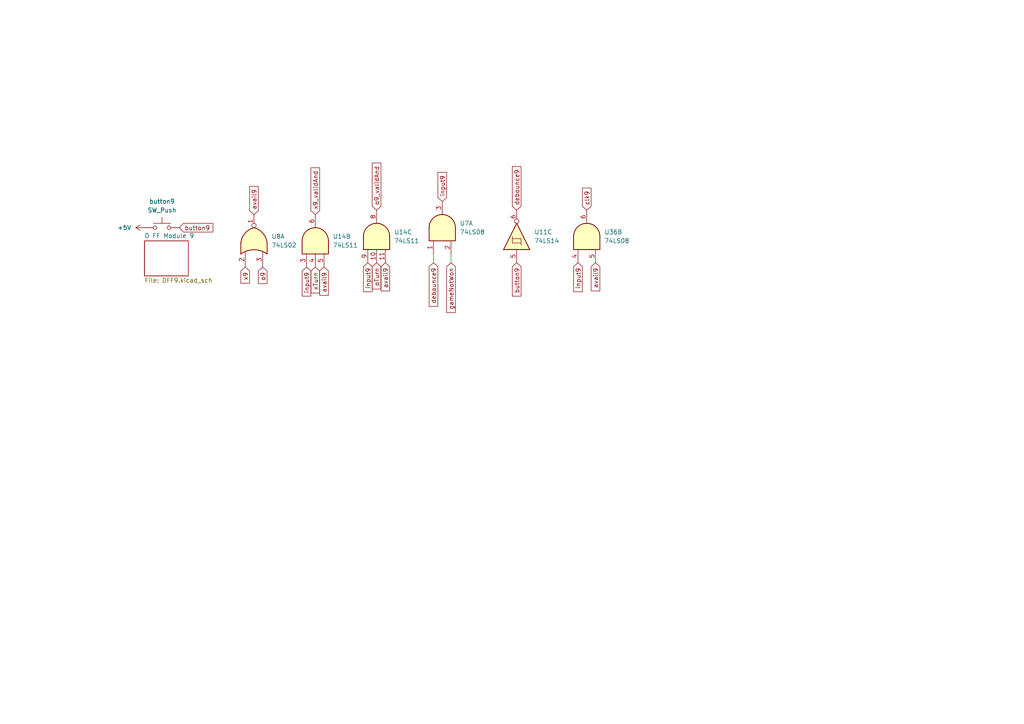
<source format=kicad_sch>
(kicad_sch
	(version 20250114)
	(generator "eeschema")
	(generator_version "9.0")
	(uuid "ecc926be-ca33-4adb-bca6-9f5bee590cbc")
	(paper "A4")
	(lib_symbols
		(symbol "74xx:74LS02"
			(pin_names
				(offset 1.016)
			)
			(exclude_from_sim no)
			(in_bom yes)
			(on_board yes)
			(property "Reference" "U"
				(at 0 1.27 0)
				(effects
					(font
						(size 1.27 1.27)
					)
				)
			)
			(property "Value" "74LS02"
				(at 0 -1.27 0)
				(effects
					(font
						(size 1.27 1.27)
					)
				)
			)
			(property "Footprint" ""
				(at 0 0 0)
				(effects
					(font
						(size 1.27 1.27)
					)
					(hide yes)
				)
			)
			(property "Datasheet" "http://www.ti.com/lit/gpn/sn74ls02"
				(at 0 0 0)
				(effects
					(font
						(size 1.27 1.27)
					)
					(hide yes)
				)
			)
			(property "Description" "quad 2-input NOR gate"
				(at 0 0 0)
				(effects
					(font
						(size 1.27 1.27)
					)
					(hide yes)
				)
			)
			(property "ki_locked" ""
				(at 0 0 0)
				(effects
					(font
						(size 1.27 1.27)
					)
				)
			)
			(property "ki_keywords" "TTL Nor2"
				(at 0 0 0)
				(effects
					(font
						(size 1.27 1.27)
					)
					(hide yes)
				)
			)
			(property "ki_fp_filters" "SO14* DIP*W7.62mm*"
				(at 0 0 0)
				(effects
					(font
						(size 1.27 1.27)
					)
					(hide yes)
				)
			)
			(symbol "74LS02_1_1"
				(arc
					(start -3.81 3.81)
					(mid -2.589 0)
					(end -3.81 -3.81)
					(stroke
						(width 0.254)
						(type default)
					)
					(fill
						(type none)
					)
				)
				(polyline
					(pts
						(xy -3.81 3.81) (xy -0.635 3.81)
					)
					(stroke
						(width 0.254)
						(type default)
					)
					(fill
						(type background)
					)
				)
				(polyline
					(pts
						(xy -3.81 -3.81) (xy -0.635 -3.81)
					)
					(stroke
						(width 0.254)
						(type default)
					)
					(fill
						(type background)
					)
				)
				(arc
					(start 3.81 0)
					(mid 2.1855 -2.584)
					(end -0.6096 -3.81)
					(stroke
						(width 0.254)
						(type default)
					)
					(fill
						(type background)
					)
				)
				(arc
					(start -0.6096 3.81)
					(mid 2.1928 2.5924)
					(end 3.81 0)
					(stroke
						(width 0.254)
						(type default)
					)
					(fill
						(type background)
					)
				)
				(polyline
					(pts
						(xy -0.635 3.81) (xy -3.81 3.81) (xy -3.81 3.81) (xy -3.556 3.4036) (xy -3.0226 2.2606) (xy -2.6924 1.0414)
						(xy -2.6162 -0.254) (xy -2.7686 -1.4986) (xy -3.175 -2.7178) (xy -3.81 -3.81) (xy -3.81 -3.81)
						(xy -0.635 -3.81)
					)
					(stroke
						(width -25.4)
						(type default)
					)
					(fill
						(type background)
					)
				)
				(pin input line
					(at -7.62 2.54 0)
					(length 4.318)
					(name "~"
						(effects
							(font
								(size 1.27 1.27)
							)
						)
					)
					(number "2"
						(effects
							(font
								(size 1.27 1.27)
							)
						)
					)
				)
				(pin input line
					(at -7.62 -2.54 0)
					(length 4.318)
					(name "~"
						(effects
							(font
								(size 1.27 1.27)
							)
						)
					)
					(number "3"
						(effects
							(font
								(size 1.27 1.27)
							)
						)
					)
				)
				(pin output inverted
					(at 7.62 0 180)
					(length 3.81)
					(name "~"
						(effects
							(font
								(size 1.27 1.27)
							)
						)
					)
					(number "1"
						(effects
							(font
								(size 1.27 1.27)
							)
						)
					)
				)
			)
			(symbol "74LS02_1_2"
				(arc
					(start 0 3.81)
					(mid 3.7934 0)
					(end 0 -3.81)
					(stroke
						(width 0.254)
						(type default)
					)
					(fill
						(type background)
					)
				)
				(polyline
					(pts
						(xy 0 3.81) (xy -3.81 3.81) (xy -3.81 -3.81) (xy 0 -3.81)
					)
					(stroke
						(width 0.254)
						(type default)
					)
					(fill
						(type background)
					)
				)
				(pin input inverted
					(at -7.62 2.54 0)
					(length 3.81)
					(name "~"
						(effects
							(font
								(size 1.27 1.27)
							)
						)
					)
					(number "2"
						(effects
							(font
								(size 1.27 1.27)
							)
						)
					)
				)
				(pin input inverted
					(at -7.62 -2.54 0)
					(length 3.81)
					(name "~"
						(effects
							(font
								(size 1.27 1.27)
							)
						)
					)
					(number "3"
						(effects
							(font
								(size 1.27 1.27)
							)
						)
					)
				)
				(pin output line
					(at 7.62 0 180)
					(length 3.81)
					(name "~"
						(effects
							(font
								(size 1.27 1.27)
							)
						)
					)
					(number "1"
						(effects
							(font
								(size 1.27 1.27)
							)
						)
					)
				)
			)
			(symbol "74LS02_2_1"
				(arc
					(start -3.81 3.81)
					(mid -2.589 0)
					(end -3.81 -3.81)
					(stroke
						(width 0.254)
						(type default)
					)
					(fill
						(type none)
					)
				)
				(polyline
					(pts
						(xy -3.81 3.81) (xy -0.635 3.81)
					)
					(stroke
						(width 0.254)
						(type default)
					)
					(fill
						(type background)
					)
				)
				(polyline
					(pts
						(xy -3.81 -3.81) (xy -0.635 -3.81)
					)
					(stroke
						(width 0.254)
						(type default)
					)
					(fill
						(type background)
					)
				)
				(arc
					(start 3.81 0)
					(mid 2.1855 -2.584)
					(end -0.6096 -3.81)
					(stroke
						(width 0.254)
						(type default)
					)
					(fill
						(type background)
					)
				)
				(arc
					(start -0.6096 3.81)
					(mid 2.1928 2.5924)
					(end 3.81 0)
					(stroke
						(width 0.254)
						(type default)
					)
					(fill
						(type background)
					)
				)
				(polyline
					(pts
						(xy -0.635 3.81) (xy -3.81 3.81) (xy -3.81 3.81) (xy -3.556 3.4036) (xy -3.0226 2.2606) (xy -2.6924 1.0414)
						(xy -2.6162 -0.254) (xy -2.7686 -1.4986) (xy -3.175 -2.7178) (xy -3.81 -3.81) (xy -3.81 -3.81)
						(xy -0.635 -3.81)
					)
					(stroke
						(width -25.4)
						(type default)
					)
					(fill
						(type background)
					)
				)
				(pin input line
					(at -7.62 2.54 0)
					(length 4.318)
					(name "~"
						(effects
							(font
								(size 1.27 1.27)
							)
						)
					)
					(number "5"
						(effects
							(font
								(size 1.27 1.27)
							)
						)
					)
				)
				(pin input line
					(at -7.62 -2.54 0)
					(length 4.318)
					(name "~"
						(effects
							(font
								(size 1.27 1.27)
							)
						)
					)
					(number "6"
						(effects
							(font
								(size 1.27 1.27)
							)
						)
					)
				)
				(pin output inverted
					(at 7.62 0 180)
					(length 3.81)
					(name "~"
						(effects
							(font
								(size 1.27 1.27)
							)
						)
					)
					(number "4"
						(effects
							(font
								(size 1.27 1.27)
							)
						)
					)
				)
			)
			(symbol "74LS02_2_2"
				(arc
					(start 0 3.81)
					(mid 3.7934 0)
					(end 0 -3.81)
					(stroke
						(width 0.254)
						(type default)
					)
					(fill
						(type background)
					)
				)
				(polyline
					(pts
						(xy 0 3.81) (xy -3.81 3.81) (xy -3.81 -3.81) (xy 0 -3.81)
					)
					(stroke
						(width 0.254)
						(type default)
					)
					(fill
						(type background)
					)
				)
				(pin input inverted
					(at -7.62 2.54 0)
					(length 3.81)
					(name "~"
						(effects
							(font
								(size 1.27 1.27)
							)
						)
					)
					(number "5"
						(effects
							(font
								(size 1.27 1.27)
							)
						)
					)
				)
				(pin input inverted
					(at -7.62 -2.54 0)
					(length 3.81)
					(name "~"
						(effects
							(font
								(size 1.27 1.27)
							)
						)
					)
					(number "6"
						(effects
							(font
								(size 1.27 1.27)
							)
						)
					)
				)
				(pin output line
					(at 7.62 0 180)
					(length 3.81)
					(name "~"
						(effects
							(font
								(size 1.27 1.27)
							)
						)
					)
					(number "4"
						(effects
							(font
								(size 1.27 1.27)
							)
						)
					)
				)
			)
			(symbol "74LS02_3_1"
				(arc
					(start -3.81 3.81)
					(mid -2.589 0)
					(end -3.81 -3.81)
					(stroke
						(width 0.254)
						(type default)
					)
					(fill
						(type none)
					)
				)
				(polyline
					(pts
						(xy -3.81 3.81) (xy -0.635 3.81)
					)
					(stroke
						(width 0.254)
						(type default)
					)
					(fill
						(type background)
					)
				)
				(polyline
					(pts
						(xy -3.81 -3.81) (xy -0.635 -3.81)
					)
					(stroke
						(width 0.254)
						(type default)
					)
					(fill
						(type background)
					)
				)
				(arc
					(start 3.81 0)
					(mid 2.1855 -2.584)
					(end -0.6096 -3.81)
					(stroke
						(width 0.254)
						(type default)
					)
					(fill
						(type background)
					)
				)
				(arc
					(start -0.6096 3.81)
					(mid 2.1928 2.5924)
					(end 3.81 0)
					(stroke
						(width 0.254)
						(type default)
					)
					(fill
						(type background)
					)
				)
				(polyline
					(pts
						(xy -0.635 3.81) (xy -3.81 3.81) (xy -3.81 3.81) (xy -3.556 3.4036) (xy -3.0226 2.2606) (xy -2.6924 1.0414)
						(xy -2.6162 -0.254) (xy -2.7686 -1.4986) (xy -3.175 -2.7178) (xy -3.81 -3.81) (xy -3.81 -3.81)
						(xy -0.635 -3.81)
					)
					(stroke
						(width -25.4)
						(type default)
					)
					(fill
						(type background)
					)
				)
				(pin input line
					(at -7.62 2.54 0)
					(length 4.318)
					(name "~"
						(effects
							(font
								(size 1.27 1.27)
							)
						)
					)
					(number "8"
						(effects
							(font
								(size 1.27 1.27)
							)
						)
					)
				)
				(pin input line
					(at -7.62 -2.54 0)
					(length 4.318)
					(name "~"
						(effects
							(font
								(size 1.27 1.27)
							)
						)
					)
					(number "9"
						(effects
							(font
								(size 1.27 1.27)
							)
						)
					)
				)
				(pin output inverted
					(at 7.62 0 180)
					(length 3.81)
					(name "~"
						(effects
							(font
								(size 1.27 1.27)
							)
						)
					)
					(number "10"
						(effects
							(font
								(size 1.27 1.27)
							)
						)
					)
				)
			)
			(symbol "74LS02_3_2"
				(arc
					(start 0 3.81)
					(mid 3.7934 0)
					(end 0 -3.81)
					(stroke
						(width 0.254)
						(type default)
					)
					(fill
						(type background)
					)
				)
				(polyline
					(pts
						(xy 0 3.81) (xy -3.81 3.81) (xy -3.81 -3.81) (xy 0 -3.81)
					)
					(stroke
						(width 0.254)
						(type default)
					)
					(fill
						(type background)
					)
				)
				(pin input inverted
					(at -7.62 2.54 0)
					(length 3.81)
					(name "~"
						(effects
							(font
								(size 1.27 1.27)
							)
						)
					)
					(number "8"
						(effects
							(font
								(size 1.27 1.27)
							)
						)
					)
				)
				(pin input inverted
					(at -7.62 -2.54 0)
					(length 3.81)
					(name "~"
						(effects
							(font
								(size 1.27 1.27)
							)
						)
					)
					(number "9"
						(effects
							(font
								(size 1.27 1.27)
							)
						)
					)
				)
				(pin output line
					(at 7.62 0 180)
					(length 3.81)
					(name "~"
						(effects
							(font
								(size 1.27 1.27)
							)
						)
					)
					(number "10"
						(effects
							(font
								(size 1.27 1.27)
							)
						)
					)
				)
			)
			(symbol "74LS02_4_1"
				(arc
					(start -3.81 3.81)
					(mid -2.589 0)
					(end -3.81 -3.81)
					(stroke
						(width 0.254)
						(type default)
					)
					(fill
						(type none)
					)
				)
				(polyline
					(pts
						(xy -3.81 3.81) (xy -0.635 3.81)
					)
					(stroke
						(width 0.254)
						(type default)
					)
					(fill
						(type background)
					)
				)
				(polyline
					(pts
						(xy -3.81 -3.81) (xy -0.635 -3.81)
					)
					(stroke
						(width 0.254)
						(type default)
					)
					(fill
						(type background)
					)
				)
				(arc
					(start 3.81 0)
					(mid 2.1855 -2.584)
					(end -0.6096 -3.81)
					(stroke
						(width 0.254)
						(type default)
					)
					(fill
						(type background)
					)
				)
				(arc
					(start -0.6096 3.81)
					(mid 2.1928 2.5924)
					(end 3.81 0)
					(stroke
						(width 0.254)
						(type default)
					)
					(fill
						(type background)
					)
				)
				(polyline
					(pts
						(xy -0.635 3.81) (xy -3.81 3.81) (xy -3.81 3.81) (xy -3.556 3.4036) (xy -3.0226 2.2606) (xy -2.6924 1.0414)
						(xy -2.6162 -0.254) (xy -2.7686 -1.4986) (xy -3.175 -2.7178) (xy -3.81 -3.81) (xy -3.81 -3.81)
						(xy -0.635 -3.81)
					)
					(stroke
						(width -25.4)
						(type default)
					)
					(fill
						(type background)
					)
				)
				(pin input line
					(at -7.62 2.54 0)
					(length 4.318)
					(name "~"
						(effects
							(font
								(size 1.27 1.27)
							)
						)
					)
					(number "11"
						(effects
							(font
								(size 1.27 1.27)
							)
						)
					)
				)
				(pin input line
					(at -7.62 -2.54 0)
					(length 4.318)
					(name "~"
						(effects
							(font
								(size 1.27 1.27)
							)
						)
					)
					(number "12"
						(effects
							(font
								(size 1.27 1.27)
							)
						)
					)
				)
				(pin output inverted
					(at 7.62 0 180)
					(length 3.81)
					(name "~"
						(effects
							(font
								(size 1.27 1.27)
							)
						)
					)
					(number "13"
						(effects
							(font
								(size 1.27 1.27)
							)
						)
					)
				)
			)
			(symbol "74LS02_4_2"
				(arc
					(start 0 3.81)
					(mid 3.7934 0)
					(end 0 -3.81)
					(stroke
						(width 0.254)
						(type default)
					)
					(fill
						(type background)
					)
				)
				(polyline
					(pts
						(xy 0 3.81) (xy -3.81 3.81) (xy -3.81 -3.81) (xy 0 -3.81)
					)
					(stroke
						(width 0.254)
						(type default)
					)
					(fill
						(type background)
					)
				)
				(pin input inverted
					(at -7.62 2.54 0)
					(length 3.81)
					(name "~"
						(effects
							(font
								(size 1.27 1.27)
							)
						)
					)
					(number "11"
						(effects
							(font
								(size 1.27 1.27)
							)
						)
					)
				)
				(pin input inverted
					(at -7.62 -2.54 0)
					(length 3.81)
					(name "~"
						(effects
							(font
								(size 1.27 1.27)
							)
						)
					)
					(number "12"
						(effects
							(font
								(size 1.27 1.27)
							)
						)
					)
				)
				(pin output line
					(at 7.62 0 180)
					(length 3.81)
					(name "~"
						(effects
							(font
								(size 1.27 1.27)
							)
						)
					)
					(number "13"
						(effects
							(font
								(size 1.27 1.27)
							)
						)
					)
				)
			)
			(symbol "74LS02_5_0"
				(pin power_in line
					(at 0 12.7 270)
					(length 5.08)
					(name "VCC"
						(effects
							(font
								(size 1.27 1.27)
							)
						)
					)
					(number "14"
						(effects
							(font
								(size 1.27 1.27)
							)
						)
					)
				)
				(pin power_in line
					(at 0 -12.7 90)
					(length 5.08)
					(name "GND"
						(effects
							(font
								(size 1.27 1.27)
							)
						)
					)
					(number "7"
						(effects
							(font
								(size 1.27 1.27)
							)
						)
					)
				)
			)
			(symbol "74LS02_5_1"
				(rectangle
					(start -5.08 7.62)
					(end 5.08 -7.62)
					(stroke
						(width 0.254)
						(type default)
					)
					(fill
						(type background)
					)
				)
			)
			(embedded_fonts no)
		)
		(symbol "74xx:74LS08"
			(pin_names
				(offset 1.016)
			)
			(exclude_from_sim no)
			(in_bom yes)
			(on_board yes)
			(property "Reference" "U"
				(at 0 1.27 0)
				(effects
					(font
						(size 1.27 1.27)
					)
				)
			)
			(property "Value" "74LS08"
				(at 0 -1.27 0)
				(effects
					(font
						(size 1.27 1.27)
					)
				)
			)
			(property "Footprint" ""
				(at 0 0 0)
				(effects
					(font
						(size 1.27 1.27)
					)
					(hide yes)
				)
			)
			(property "Datasheet" "http://www.ti.com/lit/gpn/sn74LS08"
				(at 0 0 0)
				(effects
					(font
						(size 1.27 1.27)
					)
					(hide yes)
				)
			)
			(property "Description" "Quad And2"
				(at 0 0 0)
				(effects
					(font
						(size 1.27 1.27)
					)
					(hide yes)
				)
			)
			(property "ki_locked" ""
				(at 0 0 0)
				(effects
					(font
						(size 1.27 1.27)
					)
				)
			)
			(property "ki_keywords" "TTL and2"
				(at 0 0 0)
				(effects
					(font
						(size 1.27 1.27)
					)
					(hide yes)
				)
			)
			(property "ki_fp_filters" "DIP*W7.62mm*"
				(at 0 0 0)
				(effects
					(font
						(size 1.27 1.27)
					)
					(hide yes)
				)
			)
			(symbol "74LS08_1_1"
				(arc
					(start 0 3.81)
					(mid 3.7934 0)
					(end 0 -3.81)
					(stroke
						(width 0.254)
						(type default)
					)
					(fill
						(type background)
					)
				)
				(polyline
					(pts
						(xy 0 3.81) (xy -3.81 3.81) (xy -3.81 -3.81) (xy 0 -3.81)
					)
					(stroke
						(width 0.254)
						(type default)
					)
					(fill
						(type background)
					)
				)
				(pin input line
					(at -7.62 2.54 0)
					(length 3.81)
					(name "~"
						(effects
							(font
								(size 1.27 1.27)
							)
						)
					)
					(number "1"
						(effects
							(font
								(size 1.27 1.27)
							)
						)
					)
				)
				(pin input line
					(at -7.62 -2.54 0)
					(length 3.81)
					(name "~"
						(effects
							(font
								(size 1.27 1.27)
							)
						)
					)
					(number "2"
						(effects
							(font
								(size 1.27 1.27)
							)
						)
					)
				)
				(pin output line
					(at 7.62 0 180)
					(length 3.81)
					(name "~"
						(effects
							(font
								(size 1.27 1.27)
							)
						)
					)
					(number "3"
						(effects
							(font
								(size 1.27 1.27)
							)
						)
					)
				)
			)
			(symbol "74LS08_1_2"
				(arc
					(start -3.81 3.81)
					(mid -2.589 0)
					(end -3.81 -3.81)
					(stroke
						(width 0.254)
						(type default)
					)
					(fill
						(type none)
					)
				)
				(polyline
					(pts
						(xy -3.81 3.81) (xy -0.635 3.81)
					)
					(stroke
						(width 0.254)
						(type default)
					)
					(fill
						(type background)
					)
				)
				(polyline
					(pts
						(xy -3.81 -3.81) (xy -0.635 -3.81)
					)
					(stroke
						(width 0.254)
						(type default)
					)
					(fill
						(type background)
					)
				)
				(arc
					(start 3.81 0)
					(mid 2.1855 -2.584)
					(end -0.6096 -3.81)
					(stroke
						(width 0.254)
						(type default)
					)
					(fill
						(type background)
					)
				)
				(arc
					(start -0.6096 3.81)
					(mid 2.1928 2.5924)
					(end 3.81 0)
					(stroke
						(width 0.254)
						(type default)
					)
					(fill
						(type background)
					)
				)
				(polyline
					(pts
						(xy -0.635 3.81) (xy -3.81 3.81) (xy -3.81 3.81) (xy -3.556 3.4036) (xy -3.0226 2.2606) (xy -2.6924 1.0414)
						(xy -2.6162 -0.254) (xy -2.7686 -1.4986) (xy -3.175 -2.7178) (xy -3.81 -3.81) (xy -3.81 -3.81)
						(xy -0.635 -3.81)
					)
					(stroke
						(width -25.4)
						(type default)
					)
					(fill
						(type background)
					)
				)
				(pin input inverted
					(at -7.62 2.54 0)
					(length 4.318)
					(name "~"
						(effects
							(font
								(size 1.27 1.27)
							)
						)
					)
					(number "1"
						(effects
							(font
								(size 1.27 1.27)
							)
						)
					)
				)
				(pin input inverted
					(at -7.62 -2.54 0)
					(length 4.318)
					(name "~"
						(effects
							(font
								(size 1.27 1.27)
							)
						)
					)
					(number "2"
						(effects
							(font
								(size 1.27 1.27)
							)
						)
					)
				)
				(pin output inverted
					(at 7.62 0 180)
					(length 3.81)
					(name "~"
						(effects
							(font
								(size 1.27 1.27)
							)
						)
					)
					(number "3"
						(effects
							(font
								(size 1.27 1.27)
							)
						)
					)
				)
			)
			(symbol "74LS08_2_1"
				(arc
					(start 0 3.81)
					(mid 3.7934 0)
					(end 0 -3.81)
					(stroke
						(width 0.254)
						(type default)
					)
					(fill
						(type background)
					)
				)
				(polyline
					(pts
						(xy 0 3.81) (xy -3.81 3.81) (xy -3.81 -3.81) (xy 0 -3.81)
					)
					(stroke
						(width 0.254)
						(type default)
					)
					(fill
						(type background)
					)
				)
				(pin input line
					(at -7.62 2.54 0)
					(length 3.81)
					(name "~"
						(effects
							(font
								(size 1.27 1.27)
							)
						)
					)
					(number "4"
						(effects
							(font
								(size 1.27 1.27)
							)
						)
					)
				)
				(pin input line
					(at -7.62 -2.54 0)
					(length 3.81)
					(name "~"
						(effects
							(font
								(size 1.27 1.27)
							)
						)
					)
					(number "5"
						(effects
							(font
								(size 1.27 1.27)
							)
						)
					)
				)
				(pin output line
					(at 7.62 0 180)
					(length 3.81)
					(name "~"
						(effects
							(font
								(size 1.27 1.27)
							)
						)
					)
					(number "6"
						(effects
							(font
								(size 1.27 1.27)
							)
						)
					)
				)
			)
			(symbol "74LS08_2_2"
				(arc
					(start -3.81 3.81)
					(mid -2.589 0)
					(end -3.81 -3.81)
					(stroke
						(width 0.254)
						(type default)
					)
					(fill
						(type none)
					)
				)
				(polyline
					(pts
						(xy -3.81 3.81) (xy -0.635 3.81)
					)
					(stroke
						(width 0.254)
						(type default)
					)
					(fill
						(type background)
					)
				)
				(polyline
					(pts
						(xy -3.81 -3.81) (xy -0.635 -3.81)
					)
					(stroke
						(width 0.254)
						(type default)
					)
					(fill
						(type background)
					)
				)
				(arc
					(start 3.81 0)
					(mid 2.1855 -2.584)
					(end -0.6096 -3.81)
					(stroke
						(width 0.254)
						(type default)
					)
					(fill
						(type background)
					)
				)
				(arc
					(start -0.6096 3.81)
					(mid 2.1928 2.5924)
					(end 3.81 0)
					(stroke
						(width 0.254)
						(type default)
					)
					(fill
						(type background)
					)
				)
				(polyline
					(pts
						(xy -0.635 3.81) (xy -3.81 3.81) (xy -3.81 3.81) (xy -3.556 3.4036) (xy -3.0226 2.2606) (xy -2.6924 1.0414)
						(xy -2.6162 -0.254) (xy -2.7686 -1.4986) (xy -3.175 -2.7178) (xy -3.81 -3.81) (xy -3.81 -3.81)
						(xy -0.635 -3.81)
					)
					(stroke
						(width -25.4)
						(type default)
					)
					(fill
						(type background)
					)
				)
				(pin input inverted
					(at -7.62 2.54 0)
					(length 4.318)
					(name "~"
						(effects
							(font
								(size 1.27 1.27)
							)
						)
					)
					(number "4"
						(effects
							(font
								(size 1.27 1.27)
							)
						)
					)
				)
				(pin input inverted
					(at -7.62 -2.54 0)
					(length 4.318)
					(name "~"
						(effects
							(font
								(size 1.27 1.27)
							)
						)
					)
					(number "5"
						(effects
							(font
								(size 1.27 1.27)
							)
						)
					)
				)
				(pin output inverted
					(at 7.62 0 180)
					(length 3.81)
					(name "~"
						(effects
							(font
								(size 1.27 1.27)
							)
						)
					)
					(number "6"
						(effects
							(font
								(size 1.27 1.27)
							)
						)
					)
				)
			)
			(symbol "74LS08_3_1"
				(arc
					(start 0 3.81)
					(mid 3.7934 0)
					(end 0 -3.81)
					(stroke
						(width 0.254)
						(type default)
					)
					(fill
						(type background)
					)
				)
				(polyline
					(pts
						(xy 0 3.81) (xy -3.81 3.81) (xy -3.81 -3.81) (xy 0 -3.81)
					)
					(stroke
						(width 0.254)
						(type default)
					)
					(fill
						(type background)
					)
				)
				(pin input line
					(at -7.62 2.54 0)
					(length 3.81)
					(name "~"
						(effects
							(font
								(size 1.27 1.27)
							)
						)
					)
					(number "9"
						(effects
							(font
								(size 1.27 1.27)
							)
						)
					)
				)
				(pin input line
					(at -7.62 -2.54 0)
					(length 3.81)
					(name "~"
						(effects
							(font
								(size 1.27 1.27)
							)
						)
					)
					(number "10"
						(effects
							(font
								(size 1.27 1.27)
							)
						)
					)
				)
				(pin output line
					(at 7.62 0 180)
					(length 3.81)
					(name "~"
						(effects
							(font
								(size 1.27 1.27)
							)
						)
					)
					(number "8"
						(effects
							(font
								(size 1.27 1.27)
							)
						)
					)
				)
			)
			(symbol "74LS08_3_2"
				(arc
					(start -3.81 3.81)
					(mid -2.589 0)
					(end -3.81 -3.81)
					(stroke
						(width 0.254)
						(type default)
					)
					(fill
						(type none)
					)
				)
				(polyline
					(pts
						(xy -3.81 3.81) (xy -0.635 3.81)
					)
					(stroke
						(width 0.254)
						(type default)
					)
					(fill
						(type background)
					)
				)
				(polyline
					(pts
						(xy -3.81 -3.81) (xy -0.635 -3.81)
					)
					(stroke
						(width 0.254)
						(type default)
					)
					(fill
						(type background)
					)
				)
				(arc
					(start 3.81 0)
					(mid 2.1855 -2.584)
					(end -0.6096 -3.81)
					(stroke
						(width 0.254)
						(type default)
					)
					(fill
						(type background)
					)
				)
				(arc
					(start -0.6096 3.81)
					(mid 2.1928 2.5924)
					(end 3.81 0)
					(stroke
						(width 0.254)
						(type default)
					)
					(fill
						(type background)
					)
				)
				(polyline
					(pts
						(xy -0.635 3.81) (xy -3.81 3.81) (xy -3.81 3.81) (xy -3.556 3.4036) (xy -3.0226 2.2606) (xy -2.6924 1.0414)
						(xy -2.6162 -0.254) (xy -2.7686 -1.4986) (xy -3.175 -2.7178) (xy -3.81 -3.81) (xy -3.81 -3.81)
						(xy -0.635 -3.81)
					)
					(stroke
						(width -25.4)
						(type default)
					)
					(fill
						(type background)
					)
				)
				(pin input inverted
					(at -7.62 2.54 0)
					(length 4.318)
					(name "~"
						(effects
							(font
								(size 1.27 1.27)
							)
						)
					)
					(number "9"
						(effects
							(font
								(size 1.27 1.27)
							)
						)
					)
				)
				(pin input inverted
					(at -7.62 -2.54 0)
					(length 4.318)
					(name "~"
						(effects
							(font
								(size 1.27 1.27)
							)
						)
					)
					(number "10"
						(effects
							(font
								(size 1.27 1.27)
							)
						)
					)
				)
				(pin output inverted
					(at 7.62 0 180)
					(length 3.81)
					(name "~"
						(effects
							(font
								(size 1.27 1.27)
							)
						)
					)
					(number "8"
						(effects
							(font
								(size 1.27 1.27)
							)
						)
					)
				)
			)
			(symbol "74LS08_4_1"
				(arc
					(start 0 3.81)
					(mid 3.7934 0)
					(end 0 -3.81)
					(stroke
						(width 0.254)
						(type default)
					)
					(fill
						(type background)
					)
				)
				(polyline
					(pts
						(xy 0 3.81) (xy -3.81 3.81) (xy -3.81 -3.81) (xy 0 -3.81)
					)
					(stroke
						(width 0.254)
						(type default)
					)
					(fill
						(type background)
					)
				)
				(pin input line
					(at -7.62 2.54 0)
					(length 3.81)
					(name "~"
						(effects
							(font
								(size 1.27 1.27)
							)
						)
					)
					(number "12"
						(effects
							(font
								(size 1.27 1.27)
							)
						)
					)
				)
				(pin input line
					(at -7.62 -2.54 0)
					(length 3.81)
					(name "~"
						(effects
							(font
								(size 1.27 1.27)
							)
						)
					)
					(number "13"
						(effects
							(font
								(size 1.27 1.27)
							)
						)
					)
				)
				(pin output line
					(at 7.62 0 180)
					(length 3.81)
					(name "~"
						(effects
							(font
								(size 1.27 1.27)
							)
						)
					)
					(number "11"
						(effects
							(font
								(size 1.27 1.27)
							)
						)
					)
				)
			)
			(symbol "74LS08_4_2"
				(arc
					(start -3.81 3.81)
					(mid -2.589 0)
					(end -3.81 -3.81)
					(stroke
						(width 0.254)
						(type default)
					)
					(fill
						(type none)
					)
				)
				(polyline
					(pts
						(xy -3.81 3.81) (xy -0.635 3.81)
					)
					(stroke
						(width 0.254)
						(type default)
					)
					(fill
						(type background)
					)
				)
				(polyline
					(pts
						(xy -3.81 -3.81) (xy -0.635 -3.81)
					)
					(stroke
						(width 0.254)
						(type default)
					)
					(fill
						(type background)
					)
				)
				(arc
					(start 3.81 0)
					(mid 2.1855 -2.584)
					(end -0.6096 -3.81)
					(stroke
						(width 0.254)
						(type default)
					)
					(fill
						(type background)
					)
				)
				(arc
					(start -0.6096 3.81)
					(mid 2.1928 2.5924)
					(end 3.81 0)
					(stroke
						(width 0.254)
						(type default)
					)
					(fill
						(type background)
					)
				)
				(polyline
					(pts
						(xy -0.635 3.81) (xy -3.81 3.81) (xy -3.81 3.81) (xy -3.556 3.4036) (xy -3.0226 2.2606) (xy -2.6924 1.0414)
						(xy -2.6162 -0.254) (xy -2.7686 -1.4986) (xy -3.175 -2.7178) (xy -3.81 -3.81) (xy -3.81 -3.81)
						(xy -0.635 -3.81)
					)
					(stroke
						(width -25.4)
						(type default)
					)
					(fill
						(type background)
					)
				)
				(pin input inverted
					(at -7.62 2.54 0)
					(length 4.318)
					(name "~"
						(effects
							(font
								(size 1.27 1.27)
							)
						)
					)
					(number "12"
						(effects
							(font
								(size 1.27 1.27)
							)
						)
					)
				)
				(pin input inverted
					(at -7.62 -2.54 0)
					(length 4.318)
					(name "~"
						(effects
							(font
								(size 1.27 1.27)
							)
						)
					)
					(number "13"
						(effects
							(font
								(size 1.27 1.27)
							)
						)
					)
				)
				(pin output inverted
					(at 7.62 0 180)
					(length 3.81)
					(name "~"
						(effects
							(font
								(size 1.27 1.27)
							)
						)
					)
					(number "11"
						(effects
							(font
								(size 1.27 1.27)
							)
						)
					)
				)
			)
			(symbol "74LS08_5_0"
				(pin power_in line
					(at 0 12.7 270)
					(length 5.08)
					(name "VCC"
						(effects
							(font
								(size 1.27 1.27)
							)
						)
					)
					(number "14"
						(effects
							(font
								(size 1.27 1.27)
							)
						)
					)
				)
				(pin power_in line
					(at 0 -12.7 90)
					(length 5.08)
					(name "GND"
						(effects
							(font
								(size 1.27 1.27)
							)
						)
					)
					(number "7"
						(effects
							(font
								(size 1.27 1.27)
							)
						)
					)
				)
			)
			(symbol "74LS08_5_1"
				(rectangle
					(start -5.08 7.62)
					(end 5.08 -7.62)
					(stroke
						(width 0.254)
						(type default)
					)
					(fill
						(type background)
					)
				)
			)
			(embedded_fonts no)
		)
		(symbol "74xx:74LS11"
			(pin_names
				(offset 1.016)
			)
			(exclude_from_sim no)
			(in_bom yes)
			(on_board yes)
			(property "Reference" "U"
				(at 0 1.27 0)
				(effects
					(font
						(size 1.27 1.27)
					)
				)
			)
			(property "Value" "74LS11"
				(at 0 -1.27 0)
				(effects
					(font
						(size 1.27 1.27)
					)
				)
			)
			(property "Footprint" ""
				(at 0 0 0)
				(effects
					(font
						(size 1.27 1.27)
					)
					(hide yes)
				)
			)
			(property "Datasheet" "http://www.ti.com/lit/gpn/sn74LS11"
				(at 0 0 0)
				(effects
					(font
						(size 1.27 1.27)
					)
					(hide yes)
				)
			)
			(property "Description" "Triple 3-input AND"
				(at 0 0 0)
				(effects
					(font
						(size 1.27 1.27)
					)
					(hide yes)
				)
			)
			(property "ki_locked" ""
				(at 0 0 0)
				(effects
					(font
						(size 1.27 1.27)
					)
				)
			)
			(property "ki_keywords" "TTL And3"
				(at 0 0 0)
				(effects
					(font
						(size 1.27 1.27)
					)
					(hide yes)
				)
			)
			(property "ki_fp_filters" "DIP*W7.62mm*"
				(at 0 0 0)
				(effects
					(font
						(size 1.27 1.27)
					)
					(hide yes)
				)
			)
			(symbol "74LS11_1_1"
				(arc
					(start 0 3.81)
					(mid 3.7934 0)
					(end 0 -3.81)
					(stroke
						(width 0.254)
						(type default)
					)
					(fill
						(type background)
					)
				)
				(polyline
					(pts
						(xy 0 3.81) (xy -3.81 3.81) (xy -3.81 -3.81) (xy 0 -3.81)
					)
					(stroke
						(width 0.254)
						(type default)
					)
					(fill
						(type background)
					)
				)
				(pin input line
					(at -7.62 2.54 0)
					(length 3.81)
					(name "~"
						(effects
							(font
								(size 1.27 1.27)
							)
						)
					)
					(number "1"
						(effects
							(font
								(size 1.27 1.27)
							)
						)
					)
				)
				(pin input line
					(at -7.62 0 0)
					(length 3.81)
					(name "~"
						(effects
							(font
								(size 1.27 1.27)
							)
						)
					)
					(number "2"
						(effects
							(font
								(size 1.27 1.27)
							)
						)
					)
				)
				(pin input line
					(at -7.62 -2.54 0)
					(length 3.81)
					(name "~"
						(effects
							(font
								(size 1.27 1.27)
							)
						)
					)
					(number "13"
						(effects
							(font
								(size 1.27 1.27)
							)
						)
					)
				)
				(pin output line
					(at 7.62 0 180)
					(length 3.81)
					(name "~"
						(effects
							(font
								(size 1.27 1.27)
							)
						)
					)
					(number "12"
						(effects
							(font
								(size 1.27 1.27)
							)
						)
					)
				)
			)
			(symbol "74LS11_1_2"
				(arc
					(start -3.81 3.81)
					(mid -2.589 0)
					(end -3.81 -3.81)
					(stroke
						(width 0.254)
						(type default)
					)
					(fill
						(type none)
					)
				)
				(polyline
					(pts
						(xy -3.81 3.81) (xy -0.635 3.81)
					)
					(stroke
						(width 0.254)
						(type default)
					)
					(fill
						(type background)
					)
				)
				(polyline
					(pts
						(xy -3.81 -3.81) (xy -0.635 -3.81)
					)
					(stroke
						(width 0.254)
						(type default)
					)
					(fill
						(type background)
					)
				)
				(arc
					(start 3.81 0)
					(mid 2.1855 -2.584)
					(end -0.6096 -3.81)
					(stroke
						(width 0.254)
						(type default)
					)
					(fill
						(type background)
					)
				)
				(arc
					(start -0.6096 3.81)
					(mid 2.1928 2.5924)
					(end 3.81 0)
					(stroke
						(width 0.254)
						(type default)
					)
					(fill
						(type background)
					)
				)
				(polyline
					(pts
						(xy -0.635 3.81) (xy -3.81 3.81) (xy -3.81 3.81) (xy -3.556 3.4036) (xy -3.0226 2.2606) (xy -2.6924 1.0414)
						(xy -2.6162 -0.254) (xy -2.7686 -1.4986) (xy -3.175 -2.7178) (xy -3.81 -3.81) (xy -3.81 -3.81)
						(xy -0.635 -3.81)
					)
					(stroke
						(width -25.4)
						(type default)
					)
					(fill
						(type background)
					)
				)
				(pin input inverted
					(at -7.62 2.54 0)
					(length 4.318)
					(name "~"
						(effects
							(font
								(size 1.27 1.27)
							)
						)
					)
					(number "1"
						(effects
							(font
								(size 1.27 1.27)
							)
						)
					)
				)
				(pin input inverted
					(at -7.62 0 0)
					(length 4.953)
					(name "~"
						(effects
							(font
								(size 1.27 1.27)
							)
						)
					)
					(number "2"
						(effects
							(font
								(size 1.27 1.27)
							)
						)
					)
				)
				(pin input inverted
					(at -7.62 -2.54 0)
					(length 4.318)
					(name "~"
						(effects
							(font
								(size 1.27 1.27)
							)
						)
					)
					(number "13"
						(effects
							(font
								(size 1.27 1.27)
							)
						)
					)
				)
				(pin output inverted
					(at 7.62 0 180)
					(length 3.81)
					(name "~"
						(effects
							(font
								(size 1.27 1.27)
							)
						)
					)
					(number "12"
						(effects
							(font
								(size 1.27 1.27)
							)
						)
					)
				)
			)
			(symbol "74LS11_2_1"
				(arc
					(start 0 3.81)
					(mid 3.7934 0)
					(end 0 -3.81)
					(stroke
						(width 0.254)
						(type default)
					)
					(fill
						(type background)
					)
				)
				(polyline
					(pts
						(xy 0 3.81) (xy -3.81 3.81) (xy -3.81 -3.81) (xy 0 -3.81)
					)
					(stroke
						(width 0.254)
						(type default)
					)
					(fill
						(type background)
					)
				)
				(pin input line
					(at -7.62 2.54 0)
					(length 3.81)
					(name "~"
						(effects
							(font
								(size 1.27 1.27)
							)
						)
					)
					(number "3"
						(effects
							(font
								(size 1.27 1.27)
							)
						)
					)
				)
				(pin input line
					(at -7.62 0 0)
					(length 3.81)
					(name "~"
						(effects
							(font
								(size 1.27 1.27)
							)
						)
					)
					(number "4"
						(effects
							(font
								(size 1.27 1.27)
							)
						)
					)
				)
				(pin input line
					(at -7.62 -2.54 0)
					(length 3.81)
					(name "~"
						(effects
							(font
								(size 1.27 1.27)
							)
						)
					)
					(number "5"
						(effects
							(font
								(size 1.27 1.27)
							)
						)
					)
				)
				(pin output line
					(at 7.62 0 180)
					(length 3.81)
					(name "~"
						(effects
							(font
								(size 1.27 1.27)
							)
						)
					)
					(number "6"
						(effects
							(font
								(size 1.27 1.27)
							)
						)
					)
				)
			)
			(symbol "74LS11_2_2"
				(arc
					(start -3.81 3.81)
					(mid -2.589 0)
					(end -3.81 -3.81)
					(stroke
						(width 0.254)
						(type default)
					)
					(fill
						(type none)
					)
				)
				(polyline
					(pts
						(xy -3.81 3.81) (xy -0.635 3.81)
					)
					(stroke
						(width 0.254)
						(type default)
					)
					(fill
						(type background)
					)
				)
				(polyline
					(pts
						(xy -3.81 -3.81) (xy -0.635 -3.81)
					)
					(stroke
						(width 0.254)
						(type default)
					)
					(fill
						(type background)
					)
				)
				(arc
					(start 3.81 0)
					(mid 2.1855 -2.584)
					(end -0.6096 -3.81)
					(stroke
						(width 0.254)
						(type default)
					)
					(fill
						(type background)
					)
				)
				(arc
					(start -0.6096 3.81)
					(mid 2.1928 2.5924)
					(end 3.81 0)
					(stroke
						(width 0.254)
						(type default)
					)
					(fill
						(type background)
					)
				)
				(polyline
					(pts
						(xy -0.635 3.81) (xy -3.81 3.81) (xy -3.81 3.81) (xy -3.556 3.4036) (xy -3.0226 2.2606) (xy -2.6924 1.0414)
						(xy -2.6162 -0.254) (xy -2.7686 -1.4986) (xy -3.175 -2.7178) (xy -3.81 -3.81) (xy -3.81 -3.81)
						(xy -0.635 -3.81)
					)
					(stroke
						(width -25.4)
						(type default)
					)
					(fill
						(type background)
					)
				)
				(pin input inverted
					(at -7.62 2.54 0)
					(length 4.318)
					(name "~"
						(effects
							(font
								(size 1.27 1.27)
							)
						)
					)
					(number "3"
						(effects
							(font
								(size 1.27 1.27)
							)
						)
					)
				)
				(pin input inverted
					(at -7.62 0 0)
					(length 4.953)
					(name "~"
						(effects
							(font
								(size 1.27 1.27)
							)
						)
					)
					(number "4"
						(effects
							(font
								(size 1.27 1.27)
							)
						)
					)
				)
				(pin input inverted
					(at -7.62 -2.54 0)
					(length 4.318)
					(name "~"
						(effects
							(font
								(size 1.27 1.27)
							)
						)
					)
					(number "5"
						(effects
							(font
								(size 1.27 1.27)
							)
						)
					)
				)
				(pin output inverted
					(at 7.62 0 180)
					(length 3.81)
					(name "~"
						(effects
							(font
								(size 1.27 1.27)
							)
						)
					)
					(number "6"
						(effects
							(font
								(size 1.27 1.27)
							)
						)
					)
				)
			)
			(symbol "74LS11_3_1"
				(arc
					(start 0 3.81)
					(mid 3.7934 0)
					(end 0 -3.81)
					(stroke
						(width 0.254)
						(type default)
					)
					(fill
						(type background)
					)
				)
				(polyline
					(pts
						(xy 0 3.81) (xy -3.81 3.81) (xy -3.81 -3.81) (xy 0 -3.81)
					)
					(stroke
						(width 0.254)
						(type default)
					)
					(fill
						(type background)
					)
				)
				(pin input line
					(at -7.62 2.54 0)
					(length 3.81)
					(name "~"
						(effects
							(font
								(size 1.27 1.27)
							)
						)
					)
					(number "9"
						(effects
							(font
								(size 1.27 1.27)
							)
						)
					)
				)
				(pin input line
					(at -7.62 0 0)
					(length 3.81)
					(name "~"
						(effects
							(font
								(size 1.27 1.27)
							)
						)
					)
					(number "10"
						(effects
							(font
								(size 1.27 1.27)
							)
						)
					)
				)
				(pin input line
					(at -7.62 -2.54 0)
					(length 3.81)
					(name "~"
						(effects
							(font
								(size 1.27 1.27)
							)
						)
					)
					(number "11"
						(effects
							(font
								(size 1.27 1.27)
							)
						)
					)
				)
				(pin output line
					(at 7.62 0 180)
					(length 3.81)
					(name "~"
						(effects
							(font
								(size 1.27 1.27)
							)
						)
					)
					(number "8"
						(effects
							(font
								(size 1.27 1.27)
							)
						)
					)
				)
			)
			(symbol "74LS11_3_2"
				(arc
					(start -3.81 3.81)
					(mid -2.589 0)
					(end -3.81 -3.81)
					(stroke
						(width 0.254)
						(type default)
					)
					(fill
						(type none)
					)
				)
				(polyline
					(pts
						(xy -3.81 3.81) (xy -0.635 3.81)
					)
					(stroke
						(width 0.254)
						(type default)
					)
					(fill
						(type background)
					)
				)
				(polyline
					(pts
						(xy -3.81 -3.81) (xy -0.635 -3.81)
					)
					(stroke
						(width 0.254)
						(type default)
					)
					(fill
						(type background)
					)
				)
				(arc
					(start 3.81 0)
					(mid 2.1855 -2.584)
					(end -0.6096 -3.81)
					(stroke
						(width 0.254)
						(type default)
					)
					(fill
						(type background)
					)
				)
				(arc
					(start -0.6096 3.81)
					(mid 2.1928 2.5924)
					(end 3.81 0)
					(stroke
						(width 0.254)
						(type default)
					)
					(fill
						(type background)
					)
				)
				(polyline
					(pts
						(xy -0.635 3.81) (xy -3.81 3.81) (xy -3.81 3.81) (xy -3.556 3.4036) (xy -3.0226 2.2606) (xy -2.6924 1.0414)
						(xy -2.6162 -0.254) (xy -2.7686 -1.4986) (xy -3.175 -2.7178) (xy -3.81 -3.81) (xy -3.81 -3.81)
						(xy -0.635 -3.81)
					)
					(stroke
						(width -25.4)
						(type default)
					)
					(fill
						(type background)
					)
				)
				(pin input inverted
					(at -7.62 2.54 0)
					(length 4.318)
					(name "~"
						(effects
							(font
								(size 1.27 1.27)
							)
						)
					)
					(number "9"
						(effects
							(font
								(size 1.27 1.27)
							)
						)
					)
				)
				(pin input inverted
					(at -7.62 0 0)
					(length 4.953)
					(name "~"
						(effects
							(font
								(size 1.27 1.27)
							)
						)
					)
					(number "10"
						(effects
							(font
								(size 1.27 1.27)
							)
						)
					)
				)
				(pin input inverted
					(at -7.62 -2.54 0)
					(length 4.318)
					(name "~"
						(effects
							(font
								(size 1.27 1.27)
							)
						)
					)
					(number "11"
						(effects
							(font
								(size 1.27 1.27)
							)
						)
					)
				)
				(pin output inverted
					(at 7.62 0 180)
					(length 3.81)
					(name "~"
						(effects
							(font
								(size 1.27 1.27)
							)
						)
					)
					(number "8"
						(effects
							(font
								(size 1.27 1.27)
							)
						)
					)
				)
			)
			(symbol "74LS11_4_0"
				(pin power_in line
					(at 0 12.7 270)
					(length 5.08)
					(name "VCC"
						(effects
							(font
								(size 1.27 1.27)
							)
						)
					)
					(number "14"
						(effects
							(font
								(size 1.27 1.27)
							)
						)
					)
				)
				(pin power_in line
					(at 0 -12.7 90)
					(length 5.08)
					(name "GND"
						(effects
							(font
								(size 1.27 1.27)
							)
						)
					)
					(number "7"
						(effects
							(font
								(size 1.27 1.27)
							)
						)
					)
				)
			)
			(symbol "74LS11_4_1"
				(rectangle
					(start -5.08 7.62)
					(end 5.08 -7.62)
					(stroke
						(width 0.254)
						(type default)
					)
					(fill
						(type background)
					)
				)
			)
			(embedded_fonts no)
		)
		(symbol "74xx:74LS14"
			(pin_names
				(offset 1.016)
			)
			(exclude_from_sim no)
			(in_bom yes)
			(on_board yes)
			(property "Reference" "U"
				(at 0 1.27 0)
				(effects
					(font
						(size 1.27 1.27)
					)
				)
			)
			(property "Value" "74LS14"
				(at 0 -1.27 0)
				(effects
					(font
						(size 1.27 1.27)
					)
				)
			)
			(property "Footprint" ""
				(at 0 0 0)
				(effects
					(font
						(size 1.27 1.27)
					)
					(hide yes)
				)
			)
			(property "Datasheet" "http://www.ti.com/lit/gpn/sn74LS14"
				(at 0 0 0)
				(effects
					(font
						(size 1.27 1.27)
					)
					(hide yes)
				)
			)
			(property "Description" "Hex inverter schmitt trigger"
				(at 0 0 0)
				(effects
					(font
						(size 1.27 1.27)
					)
					(hide yes)
				)
			)
			(property "ki_locked" ""
				(at 0 0 0)
				(effects
					(font
						(size 1.27 1.27)
					)
				)
			)
			(property "ki_keywords" "TTL not inverter"
				(at 0 0 0)
				(effects
					(font
						(size 1.27 1.27)
					)
					(hide yes)
				)
			)
			(property "ki_fp_filters" "DIP*W7.62mm*"
				(at 0 0 0)
				(effects
					(font
						(size 1.27 1.27)
					)
					(hide yes)
				)
			)
			(symbol "74LS14_1_0"
				(polyline
					(pts
						(xy -3.81 3.81) (xy -3.81 -3.81) (xy 3.81 0) (xy -3.81 3.81)
					)
					(stroke
						(width 0.254)
						(type default)
					)
					(fill
						(type background)
					)
				)
				(pin input line
					(at -7.62 0 0)
					(length 3.81)
					(name "~"
						(effects
							(font
								(size 1.27 1.27)
							)
						)
					)
					(number "1"
						(effects
							(font
								(size 1.27 1.27)
							)
						)
					)
				)
				(pin output inverted
					(at 7.62 0 180)
					(length 3.81)
					(name "~"
						(effects
							(font
								(size 1.27 1.27)
							)
						)
					)
					(number "2"
						(effects
							(font
								(size 1.27 1.27)
							)
						)
					)
				)
			)
			(symbol "74LS14_1_1"
				(polyline
					(pts
						(xy -2.54 -1.27) (xy -0.635 -1.27) (xy -0.635 1.27) (xy 0 1.27)
					)
					(stroke
						(width 0)
						(type default)
					)
					(fill
						(type none)
					)
				)
				(polyline
					(pts
						(xy -1.905 -1.27) (xy -1.905 1.27) (xy -0.635 1.27)
					)
					(stroke
						(width 0)
						(type default)
					)
					(fill
						(type none)
					)
				)
			)
			(symbol "74LS14_2_0"
				(polyline
					(pts
						(xy -3.81 3.81) (xy -3.81 -3.81) (xy 3.81 0) (xy -3.81 3.81)
					)
					(stroke
						(width 0.254)
						(type default)
					)
					(fill
						(type background)
					)
				)
				(pin input line
					(at -7.62 0 0)
					(length 3.81)
					(name "~"
						(effects
							(font
								(size 1.27 1.27)
							)
						)
					)
					(number "3"
						(effects
							(font
								(size 1.27 1.27)
							)
						)
					)
				)
				(pin output inverted
					(at 7.62 0 180)
					(length 3.81)
					(name "~"
						(effects
							(font
								(size 1.27 1.27)
							)
						)
					)
					(number "4"
						(effects
							(font
								(size 1.27 1.27)
							)
						)
					)
				)
			)
			(symbol "74LS14_2_1"
				(polyline
					(pts
						(xy -2.54 -1.27) (xy -0.635 -1.27) (xy -0.635 1.27) (xy 0 1.27)
					)
					(stroke
						(width 0)
						(type default)
					)
					(fill
						(type none)
					)
				)
				(polyline
					(pts
						(xy -1.905 -1.27) (xy -1.905 1.27) (xy -0.635 1.27)
					)
					(stroke
						(width 0)
						(type default)
					)
					(fill
						(type none)
					)
				)
			)
			(symbol "74LS14_3_0"
				(polyline
					(pts
						(xy -3.81 3.81) (xy -3.81 -3.81) (xy 3.81 0) (xy -3.81 3.81)
					)
					(stroke
						(width 0.254)
						(type default)
					)
					(fill
						(type background)
					)
				)
				(pin input line
					(at -7.62 0 0)
					(length 3.81)
					(name "~"
						(effects
							(font
								(size 1.27 1.27)
							)
						)
					)
					(number "5"
						(effects
							(font
								(size 1.27 1.27)
							)
						)
					)
				)
				(pin output inverted
					(at 7.62 0 180)
					(length 3.81)
					(name "~"
						(effects
							(font
								(size 1.27 1.27)
							)
						)
					)
					(number "6"
						(effects
							(font
								(size 1.27 1.27)
							)
						)
					)
				)
			)
			(symbol "74LS14_3_1"
				(polyline
					(pts
						(xy -2.54 -1.27) (xy -0.635 -1.27) (xy -0.635 1.27) (xy 0 1.27)
					)
					(stroke
						(width 0)
						(type default)
					)
					(fill
						(type none)
					)
				)
				(polyline
					(pts
						(xy -1.905 -1.27) (xy -1.905 1.27) (xy -0.635 1.27)
					)
					(stroke
						(width 0)
						(type default)
					)
					(fill
						(type none)
					)
				)
			)
			(symbol "74LS14_4_0"
				(polyline
					(pts
						(xy -3.81 3.81) (xy -3.81 -3.81) (xy 3.81 0) (xy -3.81 3.81)
					)
					(stroke
						(width 0.254)
						(type default)
					)
					(fill
						(type background)
					)
				)
				(pin input line
					(at -7.62 0 0)
					(length 3.81)
					(name "~"
						(effects
							(font
								(size 1.27 1.27)
							)
						)
					)
					(number "9"
						(effects
							(font
								(size 1.27 1.27)
							)
						)
					)
				)
				(pin output inverted
					(at 7.62 0 180)
					(length 3.81)
					(name "~"
						(effects
							(font
								(size 1.27 1.27)
							)
						)
					)
					(number "8"
						(effects
							(font
								(size 1.27 1.27)
							)
						)
					)
				)
			)
			(symbol "74LS14_4_1"
				(polyline
					(pts
						(xy -2.54 -1.27) (xy -0.635 -1.27) (xy -0.635 1.27) (xy 0 1.27)
					)
					(stroke
						(width 0)
						(type default)
					)
					(fill
						(type none)
					)
				)
				(polyline
					(pts
						(xy -1.905 -1.27) (xy -1.905 1.27) (xy -0.635 1.27)
					)
					(stroke
						(width 0)
						(type default)
					)
					(fill
						(type none)
					)
				)
			)
			(symbol "74LS14_5_0"
				(polyline
					(pts
						(xy -3.81 3.81) (xy -3.81 -3.81) (xy 3.81 0) (xy -3.81 3.81)
					)
					(stroke
						(width 0.254)
						(type default)
					)
					(fill
						(type background)
					)
				)
				(pin input line
					(at -7.62 0 0)
					(length 3.81)
					(name "~"
						(effects
							(font
								(size 1.27 1.27)
							)
						)
					)
					(number "11"
						(effects
							(font
								(size 1.27 1.27)
							)
						)
					)
				)
				(pin output inverted
					(at 7.62 0 180)
					(length 3.81)
					(name "~"
						(effects
							(font
								(size 1.27 1.27)
							)
						)
					)
					(number "10"
						(effects
							(font
								(size 1.27 1.27)
							)
						)
					)
				)
			)
			(symbol "74LS14_5_1"
				(polyline
					(pts
						(xy -2.54 -1.27) (xy -0.635 -1.27) (xy -0.635 1.27) (xy 0 1.27)
					)
					(stroke
						(width 0)
						(type default)
					)
					(fill
						(type none)
					)
				)
				(polyline
					(pts
						(xy -1.905 -1.27) (xy -1.905 1.27) (xy -0.635 1.27)
					)
					(stroke
						(width 0)
						(type default)
					)
					(fill
						(type none)
					)
				)
			)
			(symbol "74LS14_6_0"
				(polyline
					(pts
						(xy -3.81 3.81) (xy -3.81 -3.81) (xy 3.81 0) (xy -3.81 3.81)
					)
					(stroke
						(width 0.254)
						(type default)
					)
					(fill
						(type background)
					)
				)
				(pin input line
					(at -7.62 0 0)
					(length 3.81)
					(name "~"
						(effects
							(font
								(size 1.27 1.27)
							)
						)
					)
					(number "13"
						(effects
							(font
								(size 1.27 1.27)
							)
						)
					)
				)
				(pin output inverted
					(at 7.62 0 180)
					(length 3.81)
					(name "~"
						(effects
							(font
								(size 1.27 1.27)
							)
						)
					)
					(number "12"
						(effects
							(font
								(size 1.27 1.27)
							)
						)
					)
				)
			)
			(symbol "74LS14_6_1"
				(polyline
					(pts
						(xy -2.54 -1.27) (xy -0.635 -1.27) (xy -0.635 1.27) (xy 0 1.27)
					)
					(stroke
						(width 0)
						(type default)
					)
					(fill
						(type none)
					)
				)
				(polyline
					(pts
						(xy -1.905 -1.27) (xy -1.905 1.27) (xy -0.635 1.27)
					)
					(stroke
						(width 0)
						(type default)
					)
					(fill
						(type none)
					)
				)
			)
			(symbol "74LS14_7_0"
				(pin power_in line
					(at 0 12.7 270)
					(length 5.08)
					(name "VCC"
						(effects
							(font
								(size 1.27 1.27)
							)
						)
					)
					(number "14"
						(effects
							(font
								(size 1.27 1.27)
							)
						)
					)
				)
				(pin power_in line
					(at 0 -12.7 90)
					(length 5.08)
					(name "GND"
						(effects
							(font
								(size 1.27 1.27)
							)
						)
					)
					(number "7"
						(effects
							(font
								(size 1.27 1.27)
							)
						)
					)
				)
			)
			(symbol "74LS14_7_1"
				(rectangle
					(start -5.08 7.62)
					(end 5.08 -7.62)
					(stroke
						(width 0.254)
						(type default)
					)
					(fill
						(type background)
					)
				)
			)
			(embedded_fonts no)
		)
		(symbol "Switch:SW_Push"
			(pin_numbers
				(hide yes)
			)
			(pin_names
				(offset 1.016)
				(hide yes)
			)
			(exclude_from_sim no)
			(in_bom yes)
			(on_board yes)
			(property "Reference" "SW"
				(at 1.27 2.54 0)
				(effects
					(font
						(size 1.27 1.27)
					)
					(justify left)
				)
			)
			(property "Value" "SW_Push"
				(at 0 -1.524 0)
				(effects
					(font
						(size 1.27 1.27)
					)
				)
			)
			(property "Footprint" ""
				(at 0 5.08 0)
				(effects
					(font
						(size 1.27 1.27)
					)
					(hide yes)
				)
			)
			(property "Datasheet" "~"
				(at 0 5.08 0)
				(effects
					(font
						(size 1.27 1.27)
					)
					(hide yes)
				)
			)
			(property "Description" "Push button switch, generic, two pins"
				(at 0 0 0)
				(effects
					(font
						(size 1.27 1.27)
					)
					(hide yes)
				)
			)
			(property "ki_keywords" "switch normally-open pushbutton push-button"
				(at 0 0 0)
				(effects
					(font
						(size 1.27 1.27)
					)
					(hide yes)
				)
			)
			(symbol "SW_Push_0_1"
				(circle
					(center -2.032 0)
					(radius 0.508)
					(stroke
						(width 0)
						(type default)
					)
					(fill
						(type none)
					)
				)
				(polyline
					(pts
						(xy 0 1.27) (xy 0 3.048)
					)
					(stroke
						(width 0)
						(type default)
					)
					(fill
						(type none)
					)
				)
				(circle
					(center 2.032 0)
					(radius 0.508)
					(stroke
						(width 0)
						(type default)
					)
					(fill
						(type none)
					)
				)
				(polyline
					(pts
						(xy 2.54 1.27) (xy -2.54 1.27)
					)
					(stroke
						(width 0)
						(type default)
					)
					(fill
						(type none)
					)
				)
				(pin passive line
					(at -5.08 0 0)
					(length 2.54)
					(name "1"
						(effects
							(font
								(size 1.27 1.27)
							)
						)
					)
					(number "1"
						(effects
							(font
								(size 1.27 1.27)
							)
						)
					)
				)
				(pin passive line
					(at 5.08 0 180)
					(length 2.54)
					(name "2"
						(effects
							(font
								(size 1.27 1.27)
							)
						)
					)
					(number "2"
						(effects
							(font
								(size 1.27 1.27)
							)
						)
					)
				)
			)
			(embedded_fonts no)
		)
		(symbol "power:+5V"
			(power)
			(pin_numbers
				(hide yes)
			)
			(pin_names
				(offset 0)
				(hide yes)
			)
			(exclude_from_sim no)
			(in_bom yes)
			(on_board yes)
			(property "Reference" "#PWR"
				(at 0 -3.81 0)
				(effects
					(font
						(size 1.27 1.27)
					)
					(hide yes)
				)
			)
			(property "Value" "+5V"
				(at 0 3.556 0)
				(effects
					(font
						(size 1.27 1.27)
					)
				)
			)
			(property "Footprint" ""
				(at 0 0 0)
				(effects
					(font
						(size 1.27 1.27)
					)
					(hide yes)
				)
			)
			(property "Datasheet" ""
				(at 0 0 0)
				(effects
					(font
						(size 1.27 1.27)
					)
					(hide yes)
				)
			)
			(property "Description" "Power symbol creates a global label with name \"+5V\""
				(at 0 0 0)
				(effects
					(font
						(size 1.27 1.27)
					)
					(hide yes)
				)
			)
			(property "ki_keywords" "global power"
				(at 0 0 0)
				(effects
					(font
						(size 1.27 1.27)
					)
					(hide yes)
				)
			)
			(symbol "+5V_0_1"
				(polyline
					(pts
						(xy -0.762 1.27) (xy 0 2.54)
					)
					(stroke
						(width 0)
						(type default)
					)
					(fill
						(type none)
					)
				)
				(polyline
					(pts
						(xy 0 2.54) (xy 0.762 1.27)
					)
					(stroke
						(width 0)
						(type default)
					)
					(fill
						(type none)
					)
				)
				(polyline
					(pts
						(xy 0 0) (xy 0 2.54)
					)
					(stroke
						(width 0)
						(type default)
					)
					(fill
						(type none)
					)
				)
			)
			(symbol "+5V_1_1"
				(pin power_in line
					(at 0 0 90)
					(length 0)
					(name "~"
						(effects
							(font
								(size 1.27 1.27)
							)
						)
					)
					(number "1"
						(effects
							(font
								(size 1.27 1.27)
							)
						)
					)
				)
			)
			(embedded_fonts no)
		)
	)
	(wire
		(pts
			(xy 125.73 73.66) (xy 125.73 76.2)
		)
		(stroke
			(width 0)
			(type default)
		)
		(uuid "76cc8945-8a4c-4a9e-8fdb-94e4c5f6a028")
	)
	(wire
		(pts
			(xy 130.81 73.66) (xy 130.81 76.2)
		)
		(stroke
			(width 0)
			(type default)
		)
		(uuid "93ec6e08-9a9b-406c-8194-d40c62d569d1")
	)
	(global_label "o9_validAnd"
		(shape input)
		(at 109.22 60.96 90)
		(fields_autoplaced yes)
		(effects
			(font
				(size 1.27 1.27)
			)
			(justify left)
		)
		(uuid "0e0ad4d2-a4ba-4d9f-9072-5b8f890d55e1")
		(property "Intersheetrefs" "${INTERSHEET_REFS}"
			(at 109.22 46.7265 90)
			(effects
				(font
					(size 1.27 1.27)
				)
				(justify left)
				(hide yes)
			)
		)
	)
	(global_label "x9_validAnd"
		(shape input)
		(at 91.44 62.23 90)
		(fields_autoplaced yes)
		(effects
			(font
				(size 1.27 1.27)
			)
			(justify left)
		)
		(uuid "1e9eb4e0-9e48-48ea-87c5-38e158f01154")
		(property "Intersheetrefs" "${INTERSHEET_REFS}"
			(at 91.44 48.1174 90)
			(effects
				(font
					(size 1.27 1.27)
				)
				(justify left)
				(hide yes)
			)
		)
	)
	(global_label "button9"
		(shape input)
		(at 52.07 66.04 0)
		(fields_autoplaced yes)
		(effects
			(font
				(size 1.27 1.27)
			)
			(justify left)
		)
		(uuid "2310deda-3f24-4b86-8b3b-8e6c6d0521a3")
		(property "Intersheetrefs" "${INTERSHEET_REFS}"
			(at 62.3121 66.04 0)
			(effects
				(font
					(size 1.27 1.27)
				)
				(justify left)
				(hide yes)
			)
		)
	)
	(global_label "input9"
		(shape input)
		(at 167.64 76.2 270)
		(fields_autoplaced yes)
		(effects
			(font
				(size 1.27 1.27)
			)
			(justify right)
		)
		(uuid "38a725bc-d8fe-4294-88c6-40932ccf480e")
		(property "Intersheetrefs" "${INTERSHEET_REFS}"
			(at 167.64 85.1722 90)
			(effects
				(font
					(size 1.27 1.27)
				)
				(justify right)
				(hide yes)
			)
		)
	)
	(global_label "x9"
		(shape input)
		(at 71.12 77.47 270)
		(fields_autoplaced yes)
		(effects
			(font
				(size 1.27 1.27)
			)
			(justify right)
		)
		(uuid "3a59f453-d37c-4450-a99f-30599fd9051f")
		(property "Intersheetrefs" "${INTERSHEET_REFS}"
			(at 71.12 82.6928 90)
			(effects
				(font
					(size 1.27 1.27)
				)
				(justify right)
				(hide yes)
			)
		)
	)
	(global_label "avail9"
		(shape input)
		(at 93.98 77.47 270)
		(fields_autoplaced yes)
		(effects
			(font
				(size 1.27 1.27)
			)
			(justify right)
		)
		(uuid "3f8d1476-144c-4c1a-ac39-7a2e1498cbc3")
		(property "Intersheetrefs" "${INTERSHEET_REFS}"
			(at 93.98 86.2003 90)
			(effects
				(font
					(size 1.27 1.27)
				)
				(justify right)
				(hide yes)
			)
		)
	)
	(global_label "avail9"
		(shape input)
		(at 111.76 76.2 270)
		(fields_autoplaced yes)
		(effects
			(font
				(size 1.27 1.27)
			)
			(justify right)
		)
		(uuid "4129e825-7573-4969-9be0-f8a775c771ec")
		(property "Intersheetrefs" "${INTERSHEET_REFS}"
			(at 111.76 84.9303 90)
			(effects
				(font
					(size 1.27 1.27)
				)
				(justify right)
				(hide yes)
			)
		)
	)
	(global_label "o9"
		(shape input)
		(at 76.2 77.47 270)
		(fields_autoplaced yes)
		(effects
			(font
				(size 1.27 1.27)
			)
			(justify right)
		)
		(uuid "521f8f4b-a97a-47f4-ac4a-3d52a65f6adf")
		(property "Intersheetrefs" "${INTERSHEET_REFS}"
			(at 76.2 82.8137 90)
			(effects
				(font
					(size 1.27 1.27)
				)
				(justify right)
				(hide yes)
			)
		)
	)
	(global_label "avail9"
		(shape input)
		(at 73.66 62.23 90)
		(fields_autoplaced yes)
		(effects
			(font
				(size 1.27 1.27)
			)
			(justify left)
		)
		(uuid "565b284a-5293-4783-8277-61b6770fcd23")
		(property "Intersheetrefs" "${INTERSHEET_REFS}"
			(at 73.66 53.4997 90)
			(effects
				(font
					(size 1.27 1.27)
				)
				(justify left)
				(hide yes)
			)
		)
	)
	(global_label "input9"
		(shape input)
		(at 128.27 58.42 90)
		(fields_autoplaced yes)
		(effects
			(font
				(size 1.27 1.27)
			)
			(justify left)
		)
		(uuid "57fec37e-9478-42e7-bd46-bf599e8a502a")
		(property "Intersheetrefs" "${INTERSHEET_REFS}"
			(at 128.27 49.4478 90)
			(effects
				(font
					(size 1.27 1.27)
				)
				(justify left)
				(hide yes)
			)
		)
	)
	(global_label "xTurn"
		(shape input)
		(at 91.44 77.47 270)
		(fields_autoplaced yes)
		(effects
			(font
				(size 1.27 1.27)
			)
			(justify right)
		)
		(uuid "59d16d1d-9a35-4b5b-9ed8-b77ff3f2dfc3")
		(property "Intersheetrefs" "${INTERSHEET_REFS}"
			(at 91.44 85.5351 90)
			(effects
				(font
					(size 1.27 1.27)
				)
				(justify right)
				(hide yes)
			)
		)
	)
	(global_label "oTurn"
		(shape input)
		(at 109.22 76.2 270)
		(fields_autoplaced yes)
		(effects
			(font
				(size 1.27 1.27)
			)
			(justify right)
		)
		(uuid "6bd2a3f2-098e-4484-aef4-a0e32f2cac1b")
		(property "Intersheetrefs" "${INTERSHEET_REFS}"
			(at 109.22 84.386 90)
			(effects
				(font
					(size 1.27 1.27)
				)
				(justify right)
				(hide yes)
			)
		)
	)
	(global_label "input9"
		(shape input)
		(at 106.68 76.2 270)
		(fields_autoplaced yes)
		(effects
			(font
				(size 1.27 1.27)
			)
			(justify right)
		)
		(uuid "79dc5495-fc52-471f-88f7-b1026ba6a320")
		(property "Intersheetrefs" "${INTERSHEET_REFS}"
			(at 106.68 85.1722 90)
			(effects
				(font
					(size 1.27 1.27)
				)
				(justify right)
				(hide yes)
			)
		)
	)
	(global_label "clk9"
		(shape input)
		(at 170.18 60.96 90)
		(fields_autoplaced yes)
		(effects
			(font
				(size 1.27 1.27)
			)
			(justify left)
		)
		(uuid "a74bc4aa-eff4-49de-846e-db37601c8b62")
		(property "Intersheetrefs" "${INTERSHEET_REFS}"
			(at 170.18 53.9834 90)
			(effects
				(font
					(size 1.27 1.27)
				)
				(justify left)
				(hide yes)
			)
		)
	)
	(global_label "button9"
		(shape input)
		(at 149.86 76.2 270)
		(fields_autoplaced yes)
		(effects
			(font
				(size 1.27 1.27)
			)
			(justify right)
		)
		(uuid "ab3c8aa9-ad7e-440b-8461-96f029aea9ac")
		(property "Intersheetrefs" "${INTERSHEET_REFS}"
			(at 149.86 86.4421 90)
			(effects
				(font
					(size 1.27 1.27)
				)
				(justify right)
				(hide yes)
			)
		)
	)
	(global_label "debounce9"
		(shape input)
		(at 125.73 76.2 270)
		(fields_autoplaced yes)
		(effects
			(font
				(size 1.27 1.27)
			)
			(justify right)
		)
		(uuid "ad7f3c69-5573-411d-ba97-13d797c16610")
		(property "Intersheetrefs" "${INTERSHEET_REFS}"
			(at 125.73 89.4055 90)
			(effects
				(font
					(size 1.27 1.27)
				)
				(justify right)
				(hide yes)
			)
		)
	)
	(global_label "avail9"
		(shape input)
		(at 172.72 76.2 270)
		(fields_autoplaced yes)
		(effects
			(font
				(size 1.27 1.27)
			)
			(justify right)
		)
		(uuid "bb3e148b-9e3b-4997-a74b-88efd165b944")
		(property "Intersheetrefs" "${INTERSHEET_REFS}"
			(at 172.72 84.9303 90)
			(effects
				(font
					(size 1.27 1.27)
				)
				(justify right)
				(hide yes)
			)
		)
	)
	(global_label "debounce9"
		(shape input)
		(at 149.86 60.96 90)
		(fields_autoplaced yes)
		(effects
			(font
				(size 1.27 1.27)
			)
			(justify left)
		)
		(uuid "cda264b1-eeae-4ccd-8db3-dc89e9111a47")
		(property "Intersheetrefs" "${INTERSHEET_REFS}"
			(at 149.86 47.7545 90)
			(effects
				(font
					(size 1.27 1.27)
				)
				(justify left)
				(hide yes)
			)
		)
	)
	(global_label "gameNotWon"
		(shape input)
		(at 130.81 76.2 270)
		(fields_autoplaced yes)
		(effects
			(font
				(size 1.27 1.27)
			)
			(justify right)
		)
		(uuid "e0f1db68-8f60-4852-ba16-dc4da342c007")
		(property "Intersheetrefs" "${INTERSHEET_REFS}"
			(at 130.81 91.2197 90)
			(effects
				(font
					(size 1.27 1.27)
				)
				(justify right)
				(hide yes)
			)
		)
	)
	(global_label "input9"
		(shape input)
		(at 88.9 77.47 270)
		(fields_autoplaced yes)
		(effects
			(font
				(size 1.27 1.27)
			)
			(justify right)
		)
		(uuid "f95951df-4ee1-4ae6-9555-ff8774083e79")
		(property "Intersheetrefs" "${INTERSHEET_REFS}"
			(at 88.9 86.4422 90)
			(effects
				(font
					(size 1.27 1.27)
				)
				(justify right)
				(hide yes)
			)
		)
	)
	(symbol
		(lib_id "74xx:74LS11")
		(at 91.44 69.85 90)
		(unit 2)
		(exclude_from_sim no)
		(in_bom yes)
		(on_board yes)
		(dnp no)
		(fields_autoplaced yes)
		(uuid "246a8f88-2182-42e3-8741-58a313f6be7d")
		(property "Reference" "U14"
			(at 96.52 68.5882 90)
			(effects
				(font
					(size 1.27 1.27)
				)
				(justify right)
			)
		)
		(property "Value" "74LS11"
			(at 96.52 71.1282 90)
			(effects
				(font
					(size 1.27 1.27)
				)
				(justify right)
			)
		)
		(property "Footprint" "Package_DIP:DIP-14_W7.62mm"
			(at 91.44 69.85 0)
			(effects
				(font
					(size 1.27 1.27)
				)
				(hide yes)
			)
		)
		(property "Datasheet" "http://www.ti.com/lit/gpn/sn74LS11"
			(at 91.44 69.85 0)
			(effects
				(font
					(size 1.27 1.27)
				)
				(hide yes)
			)
		)
		(property "Description" "Triple 3-input AND"
			(at 91.44 69.85 0)
			(effects
				(font
					(size 1.27 1.27)
				)
				(hide yes)
			)
		)
		(pin "13"
			(uuid "e9835644-ec34-4a24-9207-b1b7ee7f3168")
		)
		(pin "14"
			(uuid "3de74ebc-7466-422c-90c8-a137d73fe174")
		)
		(pin "1"
			(uuid "180f41cc-6f88-4585-b3f6-7c667c23c7d2")
		)
		(pin "3"
			(uuid "dbcd699a-a86a-4c2d-9fd9-2748dfeebe64")
		)
		(pin "12"
			(uuid "54e95ff4-c7b1-41b7-a992-9774278fce9a")
		)
		(pin "8"
			(uuid "96a1f686-d4cc-4c97-b105-e1714f6086e1")
		)
		(pin "6"
			(uuid "e6ad272f-9be6-476e-bcb7-d836d5ff1f38")
		)
		(pin "9"
			(uuid "9199dde2-0a86-45ee-8f7a-f7d49150187b")
		)
		(pin "2"
			(uuid "b3df08d3-5825-45d9-9980-9ece35b70e28")
		)
		(pin "5"
			(uuid "a5175cb8-da75-4ef8-a370-215a578eb871")
		)
		(pin "4"
			(uuid "cc626f6c-d65c-46f9-a453-4c5f1b57adeb")
		)
		(pin "10"
			(uuid "36a269f6-92a3-4cc3-abd2-3f68e5eaf562")
		)
		(pin "11"
			(uuid "5bc4da68-3b40-41d4-ac21-234643ba9c9c")
		)
		(pin "7"
			(uuid "306ed38e-4f47-423d-8306-5e34eaa80ead")
		)
		(instances
			(project "DSD_Project"
				(path "/0f222bc9-c86a-4c26-921d-459394749d18/e520f600-080d-4964-aef2-d22d59cb0851"
					(reference "U14")
					(unit 2)
				)
			)
		)
	)
	(symbol
		(lib_id "74xx:74LS08")
		(at 170.18 68.58 90)
		(unit 2)
		(exclude_from_sim no)
		(in_bom yes)
		(on_board yes)
		(dnp no)
		(fields_autoplaced yes)
		(uuid "37450cb9-416e-414e-be45-b51ea99e893b")
		(property "Reference" "U36"
			(at 175.26 67.3182 90)
			(effects
				(font
					(size 1.27 1.27)
				)
				(justify right)
			)
		)
		(property "Value" "74LS08"
			(at 175.26 69.8582 90)
			(effects
				(font
					(size 1.27 1.27)
				)
				(justify right)
			)
		)
		(property "Footprint" "Package_DIP:DIP-14_W7.62mm"
			(at 170.18 68.58 0)
			(effects
				(font
					(size 1.27 1.27)
				)
				(hide yes)
			)
		)
		(property "Datasheet" "http://www.ti.com/lit/gpn/sn74LS08"
			(at 170.18 68.58 0)
			(effects
				(font
					(size 1.27 1.27)
				)
				(hide yes)
			)
		)
		(property "Description" "Quad And2"
			(at 170.18 68.58 0)
			(effects
				(font
					(size 1.27 1.27)
				)
				(hide yes)
			)
		)
		(pin "13"
			(uuid "468c9577-78fe-4562-93cc-74161c76a373")
		)
		(pin "10"
			(uuid "d28c327b-489c-4782-b9cc-9652495b3a3d")
		)
		(pin "2"
			(uuid "165852b0-9aaf-4e15-8146-414041d035d4")
		)
		(pin "6"
			(uuid "4d12bc9f-56bd-410a-ac47-b6da2f996071")
		)
		(pin "1"
			(uuid "7688d15f-1144-479f-8c3e-619688025aef")
		)
		(pin "8"
			(uuid "29d85771-8fcf-4b95-98e8-38680d8b10d2")
		)
		(pin "4"
			(uuid "d4ecfb5d-b9a1-4cab-b79b-6bab7da58bd0")
		)
		(pin "3"
			(uuid "43f68955-0250-471f-b93a-858206221c1e")
		)
		(pin "12"
			(uuid "ea41ff9e-b34c-4220-9ee5-49c3caca71bd")
		)
		(pin "11"
			(uuid "fe2769a5-19e2-45aa-9d95-dec88b7a55bb")
		)
		(pin "14"
			(uuid "d7eb0684-6f02-4d66-aa5f-9a209fd021d9")
		)
		(pin "7"
			(uuid "a78080a5-62d8-472b-ad5a-96ce2c2503ec")
		)
		(pin "9"
			(uuid "dc9875c0-f9bb-41cf-a8d4-a559aba157f6")
		)
		(pin "5"
			(uuid "e3de379f-e171-4dad-90c4-41fa5136290a")
		)
		(instances
			(project "DSD_Project"
				(path "/0f222bc9-c86a-4c26-921d-459394749d18/e520f600-080d-4964-aef2-d22d59cb0851"
					(reference "U36")
					(unit 2)
				)
			)
		)
	)
	(symbol
		(lib_id "74xx:74LS02")
		(at 73.66 69.85 90)
		(unit 1)
		(exclude_from_sim no)
		(in_bom yes)
		(on_board yes)
		(dnp no)
		(fields_autoplaced yes)
		(uuid "422696e7-7985-42d7-8bb8-93722d19d4a4")
		(property "Reference" "U8"
			(at 78.74 68.5799 90)
			(effects
				(font
					(size 1.27 1.27)
				)
				(justify right)
			)
		)
		(property "Value" "74LS02"
			(at 78.74 71.1199 90)
			(effects
				(font
					(size 1.27 1.27)
				)
				(justify right)
			)
		)
		(property "Footprint" "Package_DIP:DIP-14_W7.62mm"
			(at 73.66 69.85 0)
			(effects
				(font
					(size 1.27 1.27)
				)
				(hide yes)
			)
		)
		(property "Datasheet" "http://www.ti.com/lit/gpn/sn74ls02"
			(at 73.66 69.85 0)
			(effects
				(font
					(size 1.27 1.27)
				)
				(hide yes)
			)
		)
		(property "Description" "quad 2-input NOR gate"
			(at 73.66 69.85 0)
			(effects
				(font
					(size 1.27 1.27)
				)
				(hide yes)
			)
		)
		(pin "2"
			(uuid "e34b067c-4f37-4d8c-81e0-67889f42fecd")
		)
		(pin "3"
			(uuid "419cb8ff-5475-45aa-b795-8b9fed785d70")
		)
		(pin "1"
			(uuid "e49a3ce3-dc2d-4ca5-ba6d-85b983ef7ae7")
		)
		(pin "5"
			(uuid "555d71f5-1177-47ae-9741-d41f285ca292")
		)
		(pin "12"
			(uuid "f154b9ec-c337-472b-8143-a579cfaf9d6d")
		)
		(pin "13"
			(uuid "9bcab598-87af-48bb-9010-3a6c7ec3dad2")
		)
		(pin "14"
			(uuid "e483d704-aed5-4fce-b51c-b853aab37611")
		)
		(pin "7"
			(uuid "d879f953-1f3a-4189-96d2-cbeb6d822516")
		)
		(pin "8"
			(uuid "f3c5d6c7-c54a-4a85-8202-81ba77e07737")
		)
		(pin "9"
			(uuid "20f2b38e-68b0-4580-8e77-9870bdecc2c7")
		)
		(pin "6"
			(uuid "0c75dc9f-37ed-4fd2-b043-358994bc8063")
		)
		(pin "4"
			(uuid "cb071af5-c779-4c26-81bc-198c98873430")
		)
		(pin "10"
			(uuid "2d97dad6-646a-4c54-a329-6702ff6ddb36")
		)
		(pin "11"
			(uuid "0d402072-2e18-44d7-9239-fe6d6a04ad2b")
		)
		(instances
			(project "DSD_Project"
				(path "/0f222bc9-c86a-4c26-921d-459394749d18/e520f600-080d-4964-aef2-d22d59cb0851"
					(reference "U8")
					(unit 1)
				)
			)
		)
	)
	(symbol
		(lib_id "74xx:74LS08")
		(at 128.27 66.04 90)
		(unit 1)
		(exclude_from_sim no)
		(in_bom yes)
		(on_board yes)
		(dnp no)
		(fields_autoplaced yes)
		(uuid "461582a7-7a08-4e8e-8599-0b5c91d577b6")
		(property "Reference" "U7"
			(at 133.35 64.7782 90)
			(effects
				(font
					(size 1.27 1.27)
				)
				(justify right)
			)
		)
		(property "Value" "74LS08"
			(at 133.35 67.3182 90)
			(effects
				(font
					(size 1.27 1.27)
				)
				(justify right)
			)
		)
		(property "Footprint" "Package_DIP:DIP-14_W7.62mm"
			(at 128.27 66.04 0)
			(effects
				(font
					(size 1.27 1.27)
				)
				(hide yes)
			)
		)
		(property "Datasheet" "http://www.ti.com/lit/gpn/sn74LS08"
			(at 128.27 66.04 0)
			(effects
				(font
					(size 1.27 1.27)
				)
				(hide yes)
			)
		)
		(property "Description" "Quad And2"
			(at 128.27 66.04 0)
			(effects
				(font
					(size 1.27 1.27)
				)
				(hide yes)
			)
		)
		(pin "6"
			(uuid "fee1ae89-097b-4e14-a241-e2b58a7d282a")
		)
		(pin "10"
			(uuid "8d785a04-279a-47d5-9e64-83560993b4a1")
		)
		(pin "3"
			(uuid "913b8322-5b83-45f4-8fc2-9f02e1ca9bc6")
		)
		(pin "1"
			(uuid "b0d324aa-7efe-48b4-b81d-88f157c0b22e")
		)
		(pin "2"
			(uuid "8af3e861-a423-4137-ae5e-1b4f9abb348e")
		)
		(pin "4"
			(uuid "928b52e3-53ea-4153-807a-5331e86edf73")
		)
		(pin "5"
			(uuid "0b0fd8d0-e0d1-41ac-8126-c653fded310e")
		)
		(pin "9"
			(uuid "84ffdcb4-d739-4df7-8959-c96d09c73aa3")
		)
		(pin "7"
			(uuid "34a707df-0481-4131-b9d5-b61feef856fc")
		)
		(pin "14"
			(uuid "4629710d-79e6-4dd5-aca5-883e69ef5ce2")
		)
		(pin "12"
			(uuid "e34b8ccb-ebba-46c6-bada-23d09cc71e13")
		)
		(pin "13"
			(uuid "3ef1e29b-7c38-4f25-8d9f-e87147964b5f")
		)
		(pin "11"
			(uuid "c94962db-14f4-4517-91a4-a6b5a43b8822")
		)
		(pin "8"
			(uuid "9f0a0eaa-d221-44e5-8be1-a4411f1bca2c")
		)
		(instances
			(project "DSD_Project"
				(path "/0f222bc9-c86a-4c26-921d-459394749d18/e520f600-080d-4964-aef2-d22d59cb0851"
					(reference "U7")
					(unit 1)
				)
			)
		)
	)
	(symbol
		(lib_id "power:+5V")
		(at 41.91 66.04 90)
		(unit 1)
		(exclude_from_sim no)
		(in_bom yes)
		(on_board yes)
		(dnp no)
		(fields_autoplaced yes)
		(uuid "84ea5a7c-96ba-4563-8486-5abeecacc80f")
		(property "Reference" "#PWR063"
			(at 45.72 66.04 0)
			(effects
				(font
					(size 1.27 1.27)
				)
				(hide yes)
			)
		)
		(property "Value" "+5V"
			(at 38.1 66.0399 90)
			(effects
				(font
					(size 1.27 1.27)
				)
				(justify left)
			)
		)
		(property "Footprint" ""
			(at 41.91 66.04 0)
			(effects
				(font
					(size 1.27 1.27)
				)
				(hide yes)
			)
		)
		(property "Datasheet" ""
			(at 41.91 66.04 0)
			(effects
				(font
					(size 1.27 1.27)
				)
				(hide yes)
			)
		)
		(property "Description" "Power symbol creates a global label with name \"+5V\""
			(at 41.91 66.04 0)
			(effects
				(font
					(size 1.27 1.27)
				)
				(hide yes)
			)
		)
		(pin "1"
			(uuid "c72c1325-331f-4060-bc47-7a60069c43d4")
		)
		(instances
			(project "DSD_Project"
				(path "/0f222bc9-c86a-4c26-921d-459394749d18/e520f600-080d-4964-aef2-d22d59cb0851"
					(reference "#PWR063")
					(unit 1)
				)
			)
		)
	)
	(symbol
		(lib_id "74xx:74LS11")
		(at 109.22 68.58 90)
		(unit 3)
		(exclude_from_sim no)
		(in_bom yes)
		(on_board yes)
		(dnp no)
		(fields_autoplaced yes)
		(uuid "ada31e29-5613-469f-bff7-7ce1e662ad85")
		(property "Reference" "U14"
			(at 114.3 67.3182 90)
			(effects
				(font
					(size 1.27 1.27)
				)
				(justify right)
			)
		)
		(property "Value" "74LS11"
			(at 114.3 69.8582 90)
			(effects
				(font
					(size 1.27 1.27)
				)
				(justify right)
			)
		)
		(property "Footprint" "Package_DIP:DIP-14_W7.62mm"
			(at 109.22 68.58 0)
			(effects
				(font
					(size 1.27 1.27)
				)
				(hide yes)
			)
		)
		(property "Datasheet" "http://www.ti.com/lit/gpn/sn74LS11"
			(at 109.22 68.58 0)
			(effects
				(font
					(size 1.27 1.27)
				)
				(hide yes)
			)
		)
		(property "Description" "Triple 3-input AND"
			(at 109.22 68.58 0)
			(effects
				(font
					(size 1.27 1.27)
				)
				(hide yes)
			)
		)
		(pin "13"
			(uuid "7a8dce7c-b044-4cac-a462-da2d4b61b6d7")
		)
		(pin "14"
			(uuid "3de74ebc-7466-422c-90c8-a137d73fe175")
		)
		(pin "1"
			(uuid "313d6821-2597-4792-8828-a88e92e2a517")
		)
		(pin "3"
			(uuid "5d1c2138-f0f0-42c7-bb30-80063cf37d29")
		)
		(pin "12"
			(uuid "5adf2466-4876-4997-a0bd-94962fbb9c6a")
		)
		(pin "8"
			(uuid "5100f9ab-540a-4583-a087-7c41d14c2a69")
		)
		(pin "6"
			(uuid "7cb73274-b7e3-4d64-8d93-2a97d50012eb")
		)
		(pin "9"
			(uuid "fc9da5fb-c0c8-431c-a992-e938b27ac62c")
		)
		(pin "2"
			(uuid "debaf106-d786-4ebc-9bf8-1a4ec8b9bd2f")
		)
		(pin "5"
			(uuid "91eb89f1-9da4-44de-88e7-c8b66426652f")
		)
		(pin "4"
			(uuid "3ba3c3b4-d753-4ef6-a827-6e60bec66d6f")
		)
		(pin "10"
			(uuid "92eb29cb-35cf-4984-ba06-f69f369066bb")
		)
		(pin "11"
			(uuid "fb3af7d7-ef8e-455c-82bb-28ff7d6ee342")
		)
		(pin "7"
			(uuid "306ed38e-4f47-423d-8306-5e34eaa80eae")
		)
		(instances
			(project "DSD_Project"
				(path "/0f222bc9-c86a-4c26-921d-459394749d18/e520f600-080d-4964-aef2-d22d59cb0851"
					(reference "U14")
					(unit 3)
				)
			)
		)
	)
	(symbol
		(lib_id "74xx:74LS14")
		(at 149.86 68.58 90)
		(unit 3)
		(exclude_from_sim no)
		(in_bom yes)
		(on_board yes)
		(dnp no)
		(fields_autoplaced yes)
		(uuid "d5d68405-9b4e-4ccd-9e0d-a768e82c492f")
		(property "Reference" "U11"
			(at 154.94 67.3099 90)
			(effects
				(font
					(size 1.27 1.27)
				)
				(justify right)
			)
		)
		(property "Value" "74LS14"
			(at 154.94 69.8499 90)
			(effects
				(font
					(size 1.27 1.27)
				)
				(justify right)
			)
		)
		(property "Footprint" "Package_DIP:DIP-14_W7.62mm"
			(at 149.86 68.58 0)
			(effects
				(font
					(size 1.27 1.27)
				)
				(hide yes)
			)
		)
		(property "Datasheet" "http://www.ti.com/lit/gpn/sn74LS14"
			(at 149.86 68.58 0)
			(effects
				(font
					(size 1.27 1.27)
				)
				(hide yes)
			)
		)
		(property "Description" "Hex inverter schmitt trigger"
			(at 149.86 68.58 0)
			(effects
				(font
					(size 1.27 1.27)
				)
				(hide yes)
			)
		)
		(pin "5"
			(uuid "51dd260c-c65a-464e-ac5a-ef95e281770e")
		)
		(pin "11"
			(uuid "e1d2c54c-3610-4eeb-8c21-a568d72b56f8")
		)
		(pin "6"
			(uuid "220ea3f2-e2d8-4673-9e3a-2a0413d8b4a9")
		)
		(pin "4"
			(uuid "b2b81e93-f1b5-454e-9744-7ac441173129")
		)
		(pin "7"
			(uuid "cc1ff51e-fda2-495c-b5dd-97181ee6b38d")
		)
		(pin "1"
			(uuid "417328bf-9176-4197-87d4-8d7f9d4e464b")
		)
		(pin "9"
			(uuid "7e35626c-a2c3-4e7f-9238-18242e3ba880")
		)
		(pin "10"
			(uuid "9e7e7918-f756-476c-9f99-416b83b30183")
		)
		(pin "2"
			(uuid "0b088428-4f9d-4f53-9500-de2bc2bce7e1")
		)
		(pin "13"
			(uuid "06cdd0ce-06bc-4f16-977f-22c888d1d9d3")
		)
		(pin "14"
			(uuid "ca1f4370-ecc1-4302-87bd-bca43ba7ee2a")
		)
		(pin "3"
			(uuid "0ea7af85-33e0-495e-90da-480e950163b4")
		)
		(pin "8"
			(uuid "0b87c6e6-6929-4b1c-a820-a1e011f9d8a9")
		)
		(pin "12"
			(uuid "cd63674e-8e21-4e8a-a934-651f995dd2b9")
		)
		(instances
			(project "DSD_Project"
				(path "/0f222bc9-c86a-4c26-921d-459394749d18/e520f600-080d-4964-aef2-d22d59cb0851"
					(reference "U11")
					(unit 3)
				)
			)
		)
	)
	(symbol
		(lib_id "Switch:SW_Push")
		(at 46.99 66.04 0)
		(unit 1)
		(exclude_from_sim no)
		(in_bom yes)
		(on_board yes)
		(dnp no)
		(fields_autoplaced yes)
		(uuid "e7457039-7d5e-4a80-b77e-e42ad4942454")
		(property "Reference" "button9"
			(at 46.99 58.42 0)
			(effects
				(font
					(size 1.27 1.27)
				)
			)
		)
		(property "Value" "SW_Push"
			(at 46.99 60.96 0)
			(effects
				(font
					(size 1.27 1.27)
				)
			)
		)
		(property "Footprint" "Button_Switch_THT:SW_PUSH_6mm"
			(at 46.99 60.96 0)
			(effects
				(font
					(size 1.27 1.27)
				)
				(hide yes)
			)
		)
		(property "Datasheet" "~"
			(at 46.99 60.96 0)
			(effects
				(font
					(size 1.27 1.27)
				)
				(hide yes)
			)
		)
		(property "Description" "Push button switch, generic, two pins"
			(at 46.99 66.04 0)
			(effects
				(font
					(size 1.27 1.27)
				)
				(hide yes)
			)
		)
		(pin "2"
			(uuid "bfe7d103-d2b1-44e2-a52d-2019a337f4f6")
		)
		(pin "1"
			(uuid "331dc66a-5283-4835-85f1-79b446e63090")
		)
		(instances
			(project "DSD_Project"
				(path "/0f222bc9-c86a-4c26-921d-459394749d18/e520f600-080d-4964-aef2-d22d59cb0851"
					(reference "button9")
					(unit 1)
				)
			)
		)
	)
	(sheet
		(at 41.91 69.85)
		(size 12.7 10.16)
		(exclude_from_sim no)
		(in_bom yes)
		(on_board yes)
		(dnp no)
		(fields_autoplaced yes)
		(stroke
			(width 0.1524)
			(type solid)
		)
		(fill
			(color 0 0 0 0.0000)
		)
		(uuid "cc106d66-711e-4488-a650-8bc0fd0f2b39")
		(property "Sheetname" "D FF Module 9"
			(at 41.91 69.1384 0)
			(effects
				(font
					(size 1.27 1.27)
				)
				(justify left bottom)
			)
		)
		(property "Sheetfile" "DFF9.kicad_sch"
			(at 41.91 80.5946 0)
			(effects
				(font
					(size 1.27 1.27)
				)
				(justify left top)
			)
		)
		(instances
			(project "DSD_Project"
				(path "/0f222bc9-c86a-4c26-921d-459394749d18/e520f600-080d-4964-aef2-d22d59cb0851"
					(page "19")
				)
			)
		)
	)
)

</source>
